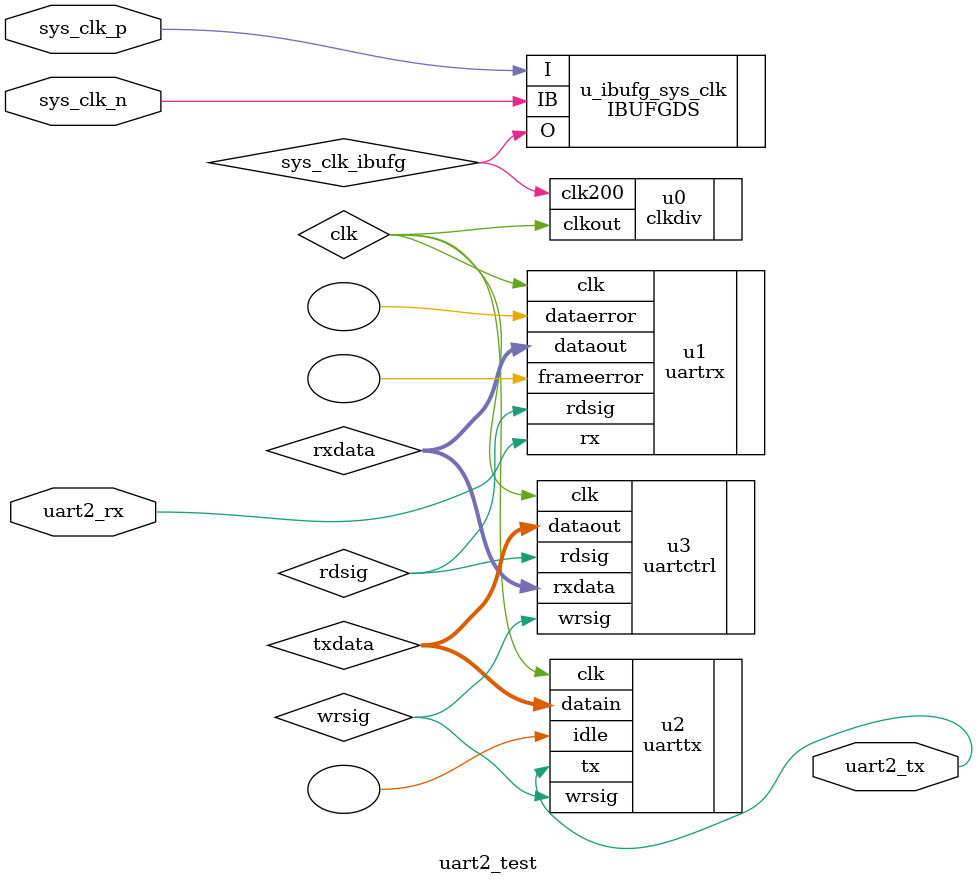
<source format=v>
`timescale 1ns / 1ps
module uart2_test(
         input sys_clk_p,                      // ¿ª·¢°åÉÏ²î·ÖÊäÈëÊ±ÖÓP: 200Mhz
         input sys_clk_n,                      // ¿ª·¢°åÉÏ²î·ÖÊäÈëÊ±ÖÓN: 200Mhz
         input uart2_rx,                       // ´®¿ÚÊý¾Ý½ÓÊÕ
         output uart2_tx);                     // ´®¿ÚÊý¾Ý·¢ËÍ

////////////////²î·ÖÊ±ÖÓ×ª»»³Éµ¥¶ËÊ±ÖÓ////////////////////////
wire sys_clk_ibufg;
 IBUFGDS #
       (
        .DIFF_TERM    ("FALSE"),
        .IBUF_LOW_PWR ("FALSE")
        )
       u_ibufg_sys_clk
         (
          .I  (sys_clk_p),
          .IB (sys_clk_n),
          .O  (sys_clk_ibufg)
          );

wire clk;       //clock for 9600 uart port
wire [7:0] txdata,rxdata;     //´®¿Ú·¢ËÍÊý¾ÝºÍ´®¿Ú½ÓÊÕÊý¾Ý



//²úÉúÊ±ÖÓµÄÆµÂÊÎª16*9600
clkdiv u0 (
		.clk200                  (sys_clk_ibufg),       //200MhzµÄ¾§ÕñÊäÈë                     
		.clkout                  (clk)                  //16±¶²¨ÌØÂÊµÄÊ±ÖÓ                        
 );

//´®¿Ú½ÓÊÕ³ÌÐò
uartrx u1 (
		.clk                     (clk),                 //16±¶²¨ÌØÂÊµÄÊ±ÖÓ 
        .rx	                     (uart2_rx),  	        //´®¿Ú½ÓÊÕ
		.dataout                 (rxdata),              //uart ½ÓÊÕµ½µÄÊý¾Ý,Ò»¸ö×Ö½Ú                     
        .rdsig                   (rdsig),               //uart ½ÓÊÕµ½Êý¾ÝÓÐÐ§ 
		.dataerror               (),
		.frameerror              ()
);

//´®¿Ú·¢ËÍ³ÌÐò
uarttx u2 (
		.clk                     (clk),                  //16±¶²¨ÌØÂÊµÄÊ±ÖÓ  
	    .tx                      (uart2_tx),			 //´®¿Ú·¢ËÍ
		.datain                  (txdata),               //uart ·¢ËÍµÄÊý¾Ý   
        .wrsig                   (wrsig),                //uart ·¢ËÍµÄÊý¾ÝÓÐÐ§  
        .idle                    () 	
	
 );

//´®¿ÚÊý¾Ý·¢ËÍ¿ØÖÆ³ÌÐò
uartctrl u3 (
		.clk                     (clk),                           
		.rdsig                   (rdsig),                //uart ½ÓÊÕµ½Êý¾ÝÓÐÐ§   
        .rxdata                  (rxdata), 		         //uart ½ÓÊÕµ½µÄÊý¾Ý 
        .wrsig                   (wrsig),                //uart ·¢ËÍµÄÊý¾ÝÓÐÐ§  
        .dataout                 (txdata)	             //uart ·¢ËÍµÄÊý¾Ý£¬Ò»¸ö×Ö½Ú 
	
 );
 

endmodule


</source>
